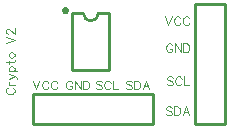
<source format=gto>
G04 ---------------------------- Layer name :TOP SILK LAYER*
G04 EasyEDA v5.6.15, Sun, 02 Sep 2018 03:47:19 GMT*
G04 622b18d158854e88a3f96799d3f2dec2*
G04 Gerber Generator version 0.2*
G04 Scale: 100 percent, Rotated: No, Reflected: No *
G04 Dimensions in inches *
G04 leading zeros omitted , absolute positions ,2 integer and 4 decimal *
%FSLAX24Y24*%
%MOIN*%
G90*
G70D02*

%ADD10C,0.010000*%
%ADD14C,0.003000*%

%LPD*%
G54D10*
G01X6700Y4100D02*
G01X7700Y4100D01*
G01X7700Y100D01*
G01X6700Y100D01*
G01X6700Y4100D01*
G01X1300Y100D02*
G01X1300Y1100D01*
G01X5300Y1100D01*
G01X5300Y100D01*
G01X1300Y100D01*
G01X2609Y3800D02*
G01X2609Y1900D01*
G01X3850Y1900D01*
G01X3850Y3800D01*
G01X3850Y3800D02*
G01X3480Y3800D01*
G01X2980Y3800D02*
G01X2609Y3800D01*
G54D14*
G01X1300Y1563D02*
G01X1409Y1276D01*
G01X1517Y1563D02*
G01X1409Y1276D01*
G01X1813Y1494D02*
G01X1798Y1522D01*
G01X1771Y1549D01*
G01X1744Y1563D01*
G01X1690Y1563D01*
G01X1663Y1549D01*
G01X1634Y1522D01*
G01X1621Y1494D01*
G01X1607Y1454D01*
G01X1607Y1385D01*
G01X1621Y1344D01*
G01X1634Y1317D01*
G01X1663Y1290D01*
G01X1690Y1276D01*
G01X1744Y1276D01*
G01X1771Y1290D01*
G01X1798Y1317D01*
G01X1813Y1344D01*
G01X2107Y1494D02*
G01X2094Y1522D01*
G01X2065Y1549D01*
G01X2038Y1563D01*
G01X1984Y1563D01*
G01X1957Y1549D01*
G01X1930Y1522D01*
G01X1915Y1494D01*
G01X1903Y1454D01*
G01X1903Y1385D01*
G01X1915Y1344D01*
G01X1930Y1317D01*
G01X1957Y1290D01*
G01X1984Y1276D01*
G01X2038Y1276D01*
G01X2065Y1290D01*
G01X2094Y1317D01*
G01X2107Y1344D01*
G01X2605Y1494D02*
G01X2590Y1522D01*
G01X2563Y1549D01*
G01X2536Y1563D01*
G01X2482Y1563D01*
G01X2455Y1549D01*
G01X2426Y1522D01*
G01X2413Y1494D01*
G01X2400Y1454D01*
G01X2400Y1385D01*
G01X2413Y1344D01*
G01X2426Y1317D01*
G01X2455Y1290D01*
G01X2482Y1276D01*
G01X2536Y1276D01*
G01X2563Y1290D01*
G01X2590Y1317D01*
G01X2605Y1344D01*
G01X2605Y1385D01*
G01X2536Y1385D02*
G01X2605Y1385D01*
G01X2694Y1563D02*
G01X2694Y1276D01*
G01X2694Y1563D02*
G01X2884Y1276D01*
G01X2884Y1563D02*
G01X2884Y1276D01*
G01X2975Y1563D02*
G01X2975Y1276D01*
G01X2975Y1563D02*
G01X3071Y1563D01*
G01X3111Y1549D01*
G01X3138Y1522D01*
G01X3153Y1494D01*
G01X3165Y1454D01*
G01X3165Y1385D01*
G01X3153Y1344D01*
G01X3138Y1317D01*
G01X3111Y1290D01*
G01X3071Y1276D01*
G01X2975Y1276D01*
G01X3590Y1522D02*
G01X3563Y1549D01*
G01X3523Y1563D01*
G01X3467Y1563D01*
G01X3426Y1549D01*
G01X3400Y1522D01*
G01X3400Y1494D01*
G01X3413Y1467D01*
G01X3426Y1454D01*
G01X3455Y1440D01*
G01X3536Y1413D01*
G01X3563Y1399D01*
G01X3576Y1385D01*
G01X3590Y1358D01*
G01X3590Y1317D01*
G01X3563Y1290D01*
G01X3523Y1276D01*
G01X3467Y1276D01*
G01X3426Y1290D01*
G01X3400Y1317D01*
G01X3884Y1494D02*
G01X3871Y1522D01*
G01X3844Y1549D01*
G01X3817Y1563D01*
G01X3763Y1563D01*
G01X3734Y1549D01*
G01X3707Y1522D01*
G01X3694Y1494D01*
G01X3680Y1454D01*
G01X3680Y1385D01*
G01X3694Y1344D01*
G01X3707Y1317D01*
G01X3734Y1290D01*
G01X3763Y1276D01*
G01X3817Y1276D01*
G01X3844Y1290D01*
G01X3871Y1317D01*
G01X3884Y1344D01*
G01X3975Y1563D02*
G01X3975Y1276D01*
G01X3975Y1276D02*
G01X4138Y1276D01*
G01X4590Y1522D02*
G01X4563Y1549D01*
G01X4523Y1563D01*
G01X4467Y1563D01*
G01X4426Y1549D01*
G01X4400Y1522D01*
G01X4400Y1494D01*
G01X4413Y1467D01*
G01X4426Y1454D01*
G01X4455Y1440D01*
G01X4536Y1413D01*
G01X4563Y1399D01*
G01X4576Y1385D01*
G01X4590Y1358D01*
G01X4590Y1317D01*
G01X4563Y1290D01*
G01X4523Y1276D01*
G01X4467Y1276D01*
G01X4426Y1290D01*
G01X4400Y1317D01*
G01X4681Y1563D02*
G01X4681Y1276D01*
G01X4681Y1563D02*
G01X4776Y1563D01*
G01X4817Y1549D01*
G01X4844Y1522D01*
G01X4857Y1494D01*
G01X4872Y1454D01*
G01X4872Y1385D01*
G01X4857Y1344D01*
G01X4844Y1317D01*
G01X4817Y1290D01*
G01X4776Y1276D01*
G01X4681Y1276D01*
G01X5071Y1563D02*
G01X4961Y1276D01*
G01X5071Y1563D02*
G01X5180Y1276D01*
G01X5002Y1372D02*
G01X5139Y1372D01*
G01X5918Y659D02*
G01X5890Y686D01*
G01X5850Y700D01*
G01X5794Y700D01*
G01X5753Y686D01*
G01X5727Y659D01*
G01X5727Y631D01*
G01X5740Y604D01*
G01X5753Y591D01*
G01X5781Y577D01*
G01X5863Y550D01*
G01X5890Y536D01*
G01X5903Y522D01*
G01X5918Y495D01*
G01X5918Y454D01*
G01X5890Y427D01*
G01X5850Y413D01*
G01X5794Y413D01*
G01X5753Y427D01*
G01X5727Y454D01*
G01X6007Y700D02*
G01X6007Y413D01*
G01X6007Y700D02*
G01X6102Y700D01*
G01X6143Y686D01*
G01X6172Y659D01*
G01X6185Y631D01*
G01X6198Y591D01*
G01X6198Y522D01*
G01X6185Y481D01*
G01X6172Y454D01*
G01X6143Y427D01*
G01X6102Y413D01*
G01X6007Y413D01*
G01X6397Y700D02*
G01X6289Y413D01*
G01X6397Y700D02*
G01X6506Y413D01*
G01X6330Y509D02*
G01X6465Y509D01*
G01X5958Y1659D02*
G01X5931Y1686D01*
G01X5890Y1700D01*
G01X5835Y1700D01*
G01X5794Y1686D01*
G01X5767Y1659D01*
G01X5767Y1630D01*
G01X5781Y1603D01*
G01X5794Y1590D01*
G01X5822Y1576D01*
G01X5903Y1550D01*
G01X5931Y1536D01*
G01X5944Y1521D01*
G01X5958Y1494D01*
G01X5958Y1453D01*
G01X5931Y1426D01*
G01X5890Y1413D01*
G01X5835Y1413D01*
G01X5794Y1426D01*
G01X5767Y1453D01*
G01X6252Y1630D02*
G01X6239Y1659D01*
G01X6212Y1686D01*
G01X6184Y1700D01*
G01X6130Y1700D01*
G01X6102Y1686D01*
G01X6075Y1659D01*
G01X6062Y1630D01*
G01X6048Y1590D01*
G01X6048Y1521D01*
G01X6062Y1480D01*
G01X6075Y1453D01*
G01X6102Y1426D01*
G01X6130Y1413D01*
G01X6184Y1413D01*
G01X6212Y1426D01*
G01X6239Y1453D01*
G01X6252Y1480D01*
G01X6342Y1700D02*
G01X6342Y1413D01*
G01X6342Y1413D02*
G01X6506Y1413D01*
G01X5945Y2731D02*
G01X5931Y2758D01*
G01X5904Y2785D01*
G01X5876Y2799D01*
G01X5822Y2799D01*
G01X5795Y2785D01*
G01X5767Y2758D01*
G01X5754Y2731D01*
G01X5740Y2690D01*
G01X5740Y2621D01*
G01X5754Y2581D01*
G01X5767Y2553D01*
G01X5795Y2526D01*
G01X5822Y2512D01*
G01X5876Y2512D01*
G01X5904Y2526D01*
G01X5931Y2553D01*
G01X5945Y2581D01*
G01X5945Y2621D01*
G01X5876Y2621D02*
G01X5945Y2621D01*
G01X6035Y2799D02*
G01X6035Y2512D01*
G01X6035Y2799D02*
G01X6225Y2512D01*
G01X6225Y2799D02*
G01X6225Y2512D01*
G01X6315Y2799D02*
G01X6315Y2512D01*
G01X6315Y2799D02*
G01X6411Y2799D01*
G01X6452Y2785D01*
G01X6479Y2758D01*
G01X6493Y2731D01*
G01X6506Y2690D01*
G01X6506Y2621D01*
G01X6493Y2581D01*
G01X6479Y2553D01*
G01X6452Y2526D01*
G01X6411Y2512D01*
G01X6315Y2512D01*
G01X5700Y3700D02*
G01X5809Y3413D01*
G01X5918Y3700D02*
G01X5809Y3413D01*
G01X6213Y3632D02*
G01X6198Y3659D01*
G01X6172Y3686D01*
G01X6144Y3700D01*
G01X6089Y3700D01*
G01X6063Y3686D01*
G01X6035Y3659D01*
G01X6022Y3632D01*
G01X6007Y3591D01*
G01X6007Y3522D01*
G01X6022Y3482D01*
G01X6035Y3454D01*
G01X6063Y3427D01*
G01X6089Y3413D01*
G01X6144Y3413D01*
G01X6172Y3427D01*
G01X6198Y3454D01*
G01X6213Y3482D01*
G01X6506Y3632D02*
G01X6493Y3659D01*
G01X6465Y3686D01*
G01X6439Y3700D01*
G01X6385Y3700D01*
G01X6356Y3686D01*
G01X6330Y3659D01*
G01X6315Y3632D01*
G01X6302Y3591D01*
G01X6302Y3522D01*
G01X6315Y3482D01*
G01X6330Y3454D01*
G01X6356Y3427D01*
G01X6385Y3413D01*
G01X6439Y3413D01*
G01X6465Y3427D01*
G01X6493Y3454D01*
G01X6506Y3482D01*
G01X468Y1314D02*
G01X440Y1300D01*
G01X413Y1273D01*
G01X400Y1246D01*
G01X400Y1191D01*
G01X413Y1164D01*
G01X440Y1137D01*
G01X468Y1123D01*
G01X509Y1110D01*
G01X577Y1110D01*
G01X618Y1123D01*
G01X645Y1137D01*
G01X672Y1164D01*
G01X686Y1191D01*
G01X686Y1246D01*
G01X672Y1273D01*
G01X645Y1300D01*
G01X618Y1314D01*
G01X495Y1404D02*
G01X686Y1404D01*
G01X577Y1404D02*
G01X536Y1418D01*
G01X509Y1445D01*
G01X495Y1472D01*
G01X495Y1513D01*
G01X495Y1617D02*
G01X686Y1699D01*
G01X495Y1780D02*
G01X686Y1699D01*
G01X740Y1671D01*
G01X768Y1644D01*
G01X781Y1617D01*
G01X781Y1603D01*
G01X495Y1870D02*
G01X781Y1870D01*
G01X536Y1870D02*
G01X509Y1898D01*
G01X495Y1925D01*
G01X495Y1966D01*
G01X509Y1993D01*
G01X536Y2020D01*
G01X577Y2034D01*
G01X604Y2034D01*
G01X645Y2020D01*
G01X672Y1993D01*
G01X686Y1966D01*
G01X686Y1925D01*
G01X672Y1898D01*
G01X645Y1870D01*
G01X400Y2165D02*
G01X631Y2165D01*
G01X672Y2179D01*
G01X686Y2206D01*
G01X686Y2233D01*
G01X495Y2124D02*
G01X495Y2220D01*
G01X495Y2391D02*
G01X509Y2364D01*
G01X536Y2337D01*
G01X577Y2323D01*
G01X604Y2323D01*
G01X645Y2337D01*
G01X672Y2364D01*
G01X686Y2391D01*
G01X686Y2432D01*
G01X672Y2460D01*
G01X645Y2487D01*
G01X604Y2500D01*
G01X577Y2500D01*
G01X536Y2487D01*
G01X509Y2460D01*
G01X495Y2432D01*
G01X495Y2391D01*
G01X400Y2800D02*
G01X686Y2910D01*
G01X400Y3019D02*
G01X686Y2910D01*
G01X468Y3122D02*
G01X454Y3122D01*
G01X427Y3136D01*
G01X413Y3150D01*
G01X400Y3177D01*
G01X400Y3231D01*
G01X413Y3259D01*
G01X427Y3272D01*
G01X454Y3286D01*
G01X481Y3286D01*
G01X509Y3272D01*
G01X550Y3245D01*
G01X686Y3109D01*
G01X686Y3300D01*
G54D10*
G75*
G01X3480Y3800D02*
G2X2980Y3800I-250J0D01*
G01*
G75*
G01X2455Y3890D02*
G03X2455Y3890I-75J0D01*
G01*
M00*
M02*

</source>
